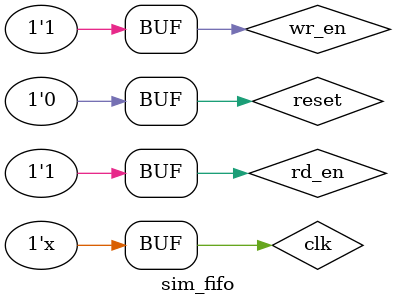
<source format=v>
`timescale 1ns / 1ps


module sim_fifo(

    );
    reg clk, reset;
    reg [31:0] din;
    wire [31:0] dout;
    reg wr_en, rd_en;
    wire full,empty;
    always #10 clk=~clk;
    fifo_generator_0 your_instance_name (
      .clk(clk),      // input wire clk
      .srst(reset),    // input wire srst
      .din(din),      // input wire [67 : 0] din
      .wr_en(wr_en),  // input wire wr_en
      .rd_en(rd_en),  // input wire rd_en
      .dout(dout),    // output wire [67 : 0] dout
      .full(full),    // output wire full
      .empty(empty)  // output wire empty
    );
    always @(posedge clk) begin
        if (reset) din<=1;
        else din<=din+1;
    end
    integer i;
    initial begin
        clk=0;
        reset=1;
        din=0;
        wr_en=0;
        rd_en=0;
        #20
        reset=0;
        wr_en=1;
        rd_en=1; 
        #110
        rd_en=0;
        #580
        rd_en=1;
    end
endmodule

</source>
